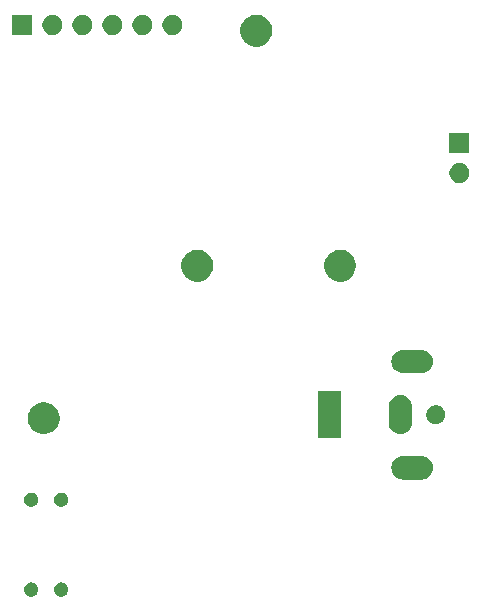
<source format=gbr>
G04 #@! TF.GenerationSoftware,KiCad,Pcbnew,5.1.6*
G04 #@! TF.CreationDate,2020-07-27T17:19:51+02:00*
G04 #@! TF.ProjectId,motor-board,6d6f746f-722d-4626-9f61-72642e6b6963,1*
G04 #@! TF.SameCoordinates,Original*
G04 #@! TF.FileFunction,Soldermask,Bot*
G04 #@! TF.FilePolarity,Negative*
%FSLAX46Y46*%
G04 Gerber Fmt 4.6, Leading zero omitted, Abs format (unit mm)*
G04 Created by KiCad (PCBNEW 5.1.6) date 2020-07-27 17:19:51*
%MOMM*%
%LPD*%
G01*
G04 APERTURE LIST*
%ADD10C,0.152400*%
G04 APERTURE END LIST*
D10*
G36*
X164445012Y-120223057D02*
G01*
X164445015Y-120223058D01*
X164445014Y-120223058D01*
X164554207Y-120268287D01*
X164652478Y-120333950D01*
X164736050Y-120417522D01*
X164736051Y-120417524D01*
X164801714Y-120515795D01*
X164846943Y-120624988D01*
X164870000Y-120740904D01*
X164870000Y-120859096D01*
X164846943Y-120975012D01*
X164846942Y-120975014D01*
X164801713Y-121084207D01*
X164736050Y-121182478D01*
X164652478Y-121266050D01*
X164554207Y-121331713D01*
X164554206Y-121331714D01*
X164554205Y-121331714D01*
X164445012Y-121376943D01*
X164329096Y-121400000D01*
X164210904Y-121400000D01*
X164094988Y-121376943D01*
X163985795Y-121331714D01*
X163985794Y-121331714D01*
X163985793Y-121331713D01*
X163887522Y-121266050D01*
X163803950Y-121182478D01*
X163738287Y-121084207D01*
X163693058Y-120975014D01*
X163693057Y-120975012D01*
X163670000Y-120859096D01*
X163670000Y-120740904D01*
X163693057Y-120624988D01*
X163738286Y-120515795D01*
X163803949Y-120417524D01*
X163803950Y-120417522D01*
X163887522Y-120333950D01*
X163985793Y-120268287D01*
X164094986Y-120223058D01*
X164094985Y-120223058D01*
X164094988Y-120223057D01*
X164210904Y-120200000D01*
X164329096Y-120200000D01*
X164445012Y-120223057D01*
G37*
G36*
X161905012Y-120223057D02*
G01*
X161905015Y-120223058D01*
X161905014Y-120223058D01*
X162014207Y-120268287D01*
X162112478Y-120333950D01*
X162196050Y-120417522D01*
X162196051Y-120417524D01*
X162261714Y-120515795D01*
X162306943Y-120624988D01*
X162330000Y-120740904D01*
X162330000Y-120859096D01*
X162306943Y-120975012D01*
X162306942Y-120975014D01*
X162261713Y-121084207D01*
X162196050Y-121182478D01*
X162112478Y-121266050D01*
X162014207Y-121331713D01*
X162014206Y-121331714D01*
X162014205Y-121331714D01*
X161905012Y-121376943D01*
X161789096Y-121400000D01*
X161670904Y-121400000D01*
X161554988Y-121376943D01*
X161445795Y-121331714D01*
X161445794Y-121331714D01*
X161445793Y-121331713D01*
X161347522Y-121266050D01*
X161263950Y-121182478D01*
X161198287Y-121084207D01*
X161153058Y-120975014D01*
X161153057Y-120975012D01*
X161130000Y-120859096D01*
X161130000Y-120740904D01*
X161153057Y-120624988D01*
X161198286Y-120515795D01*
X161263949Y-120417524D01*
X161263950Y-120417522D01*
X161347522Y-120333950D01*
X161445793Y-120268287D01*
X161554986Y-120223058D01*
X161554985Y-120223058D01*
X161554988Y-120223057D01*
X161670904Y-120200000D01*
X161789096Y-120200000D01*
X161905012Y-120223057D01*
G37*
G36*
X164445012Y-112623057D02*
G01*
X164445015Y-112623058D01*
X164445014Y-112623058D01*
X164554207Y-112668287D01*
X164652478Y-112733950D01*
X164736050Y-112817522D01*
X164736051Y-112817524D01*
X164801714Y-112915795D01*
X164846943Y-113024988D01*
X164870000Y-113140904D01*
X164870000Y-113259096D01*
X164846943Y-113375012D01*
X164846942Y-113375014D01*
X164801713Y-113484207D01*
X164736050Y-113582478D01*
X164652478Y-113666050D01*
X164554207Y-113731713D01*
X164554206Y-113731714D01*
X164554205Y-113731714D01*
X164445012Y-113776943D01*
X164329096Y-113800000D01*
X164210904Y-113800000D01*
X164094988Y-113776943D01*
X163985795Y-113731714D01*
X163985794Y-113731714D01*
X163985793Y-113731713D01*
X163887522Y-113666050D01*
X163803950Y-113582478D01*
X163738287Y-113484207D01*
X163693058Y-113375014D01*
X163693057Y-113375012D01*
X163670000Y-113259096D01*
X163670000Y-113140904D01*
X163693057Y-113024988D01*
X163738286Y-112915795D01*
X163803949Y-112817524D01*
X163803950Y-112817522D01*
X163887522Y-112733950D01*
X163985793Y-112668287D01*
X164094986Y-112623058D01*
X164094985Y-112623058D01*
X164094988Y-112623057D01*
X164210904Y-112600000D01*
X164329096Y-112600000D01*
X164445012Y-112623057D01*
G37*
G36*
X161905012Y-112623057D02*
G01*
X161905015Y-112623058D01*
X161905014Y-112623058D01*
X162014207Y-112668287D01*
X162112478Y-112733950D01*
X162196050Y-112817522D01*
X162196051Y-112817524D01*
X162261714Y-112915795D01*
X162306943Y-113024988D01*
X162330000Y-113140904D01*
X162330000Y-113259096D01*
X162306943Y-113375012D01*
X162306942Y-113375014D01*
X162261713Y-113484207D01*
X162196050Y-113582478D01*
X162112478Y-113666050D01*
X162014207Y-113731713D01*
X162014206Y-113731714D01*
X162014205Y-113731714D01*
X161905012Y-113776943D01*
X161789096Y-113800000D01*
X161670904Y-113800000D01*
X161554988Y-113776943D01*
X161445795Y-113731714D01*
X161445794Y-113731714D01*
X161445793Y-113731713D01*
X161347522Y-113666050D01*
X161263950Y-113582478D01*
X161198287Y-113484207D01*
X161153058Y-113375014D01*
X161153057Y-113375012D01*
X161130000Y-113259096D01*
X161130000Y-113140904D01*
X161153057Y-113024988D01*
X161198286Y-112915795D01*
X161263949Y-112817524D01*
X161263950Y-112817522D01*
X161347522Y-112733950D01*
X161445793Y-112668287D01*
X161554986Y-112623058D01*
X161554985Y-112623058D01*
X161554988Y-112623057D01*
X161670904Y-112600000D01*
X161789096Y-112600000D01*
X161905012Y-112623057D01*
G37*
G36*
X194946034Y-109514469D02*
G01*
X195134536Y-109571651D01*
X195308256Y-109664506D01*
X195460528Y-109789472D01*
X195585494Y-109941744D01*
X195678349Y-110115464D01*
X195735531Y-110303966D01*
X195754838Y-110500000D01*
X195735531Y-110696034D01*
X195678349Y-110884536D01*
X195585494Y-111058256D01*
X195460528Y-111210528D01*
X195308256Y-111335494D01*
X195134536Y-111428349D01*
X194946034Y-111485531D01*
X194799124Y-111500000D01*
X193200876Y-111500000D01*
X193053966Y-111485531D01*
X192865464Y-111428349D01*
X192691744Y-111335494D01*
X192539472Y-111210528D01*
X192414506Y-111058256D01*
X192321651Y-110884536D01*
X192264469Y-110696034D01*
X192245162Y-110500000D01*
X192264469Y-110303966D01*
X192321651Y-110115464D01*
X192414506Y-109941744D01*
X192539472Y-109789472D01*
X192691744Y-109664506D01*
X192865464Y-109571651D01*
X193053966Y-109514469D01*
X193200876Y-109500000D01*
X194799124Y-109500000D01*
X194946034Y-109514469D01*
G37*
G36*
X188000000Y-108000000D02*
G01*
X186000000Y-108000000D01*
X186000000Y-104000000D01*
X188000000Y-104000000D01*
X188000000Y-108000000D01*
G37*
G36*
X193196033Y-104364469D02*
G01*
X193384535Y-104421651D01*
X193558256Y-104514506D01*
X193710528Y-104639472D01*
X193835494Y-104791744D01*
X193928349Y-104965464D01*
X193985531Y-105153966D01*
X194000000Y-105300876D01*
X194000000Y-106699124D01*
X193985531Y-106846034D01*
X193928349Y-107034536D01*
X193835494Y-107208256D01*
X193710528Y-107360528D01*
X193558256Y-107485494D01*
X193384536Y-107578349D01*
X193196034Y-107635531D01*
X193000000Y-107654838D01*
X192803967Y-107635531D01*
X192615465Y-107578349D01*
X192441745Y-107485494D01*
X192289473Y-107360528D01*
X192164507Y-107208256D01*
X192071652Y-107034536D01*
X192014470Y-106846033D01*
X192000000Y-106699124D01*
X192000000Y-105300877D01*
X192014469Y-105153967D01*
X192071651Y-104965465D01*
X192164506Y-104791744D01*
X192289472Y-104639472D01*
X192441744Y-104514506D01*
X192615464Y-104421651D01*
X192803966Y-104364469D01*
X193000000Y-104345162D01*
X193196033Y-104364469D01*
G37*
G36*
X163193779Y-105001879D02*
G01*
X163439463Y-105103645D01*
X163439465Y-105103646D01*
X163660575Y-105251387D01*
X163848613Y-105439425D01*
X163848614Y-105439427D01*
X163996355Y-105660537D01*
X164098121Y-105906221D01*
X164150000Y-106167035D01*
X164150000Y-106432965D01*
X164098121Y-106693779D01*
X163996355Y-106939463D01*
X163996354Y-106939465D01*
X163848613Y-107160575D01*
X163660575Y-107348613D01*
X163439465Y-107496354D01*
X163439464Y-107496355D01*
X163439463Y-107496355D01*
X163193779Y-107598121D01*
X162932965Y-107650000D01*
X162667035Y-107650000D01*
X162406221Y-107598121D01*
X162160537Y-107496355D01*
X162160536Y-107496355D01*
X162160535Y-107496354D01*
X161939425Y-107348613D01*
X161751387Y-107160575D01*
X161603646Y-106939465D01*
X161603645Y-106939463D01*
X161501879Y-106693779D01*
X161450000Y-106432965D01*
X161450000Y-106167035D01*
X161501879Y-105906221D01*
X161603645Y-105660537D01*
X161751386Y-105439427D01*
X161751387Y-105439425D01*
X161939425Y-105251387D01*
X162160535Y-105103646D01*
X162160537Y-105103645D01*
X162406221Y-105001879D01*
X162667035Y-104950000D01*
X162932965Y-104950000D01*
X163193779Y-105001879D01*
G37*
G36*
X196181832Y-105220495D02*
G01*
X196233351Y-105230743D01*
X196283187Y-105251386D01*
X196378941Y-105291048D01*
X196509969Y-105378598D01*
X196621402Y-105490031D01*
X196708952Y-105621059D01*
X196769257Y-105766650D01*
X196800000Y-105921205D01*
X196800000Y-106078795D01*
X196769257Y-106233350D01*
X196708952Y-106378941D01*
X196621402Y-106509969D01*
X196509969Y-106621402D01*
X196378941Y-106708952D01*
X196293656Y-106744278D01*
X196233351Y-106769257D01*
X196181832Y-106779505D01*
X196078795Y-106800000D01*
X195921205Y-106800000D01*
X195818168Y-106779505D01*
X195766649Y-106769257D01*
X195706344Y-106744278D01*
X195621059Y-106708952D01*
X195490031Y-106621402D01*
X195378598Y-106509969D01*
X195291048Y-106378941D01*
X195230743Y-106233350D01*
X195200000Y-106078795D01*
X195200000Y-105921205D01*
X195230743Y-105766650D01*
X195291048Y-105621059D01*
X195378598Y-105490031D01*
X195490031Y-105378598D01*
X195621059Y-105291048D01*
X195716813Y-105251386D01*
X195766649Y-105230743D01*
X195818168Y-105220495D01*
X195921205Y-105200000D01*
X196078795Y-105200000D01*
X196181832Y-105220495D01*
G37*
G36*
X194946034Y-100514469D02*
G01*
X195134536Y-100571651D01*
X195308256Y-100664506D01*
X195460528Y-100789472D01*
X195585494Y-100941744D01*
X195678349Y-101115464D01*
X195735531Y-101303966D01*
X195754838Y-101500000D01*
X195735531Y-101696034D01*
X195678349Y-101884536D01*
X195585494Y-102058256D01*
X195460528Y-102210528D01*
X195308256Y-102335494D01*
X195134536Y-102428349D01*
X194946034Y-102485531D01*
X194799124Y-102500000D01*
X193200876Y-102500000D01*
X193053966Y-102485531D01*
X192865464Y-102428349D01*
X192691744Y-102335494D01*
X192539472Y-102210528D01*
X192414506Y-102058256D01*
X192321651Y-101884536D01*
X192264469Y-101696034D01*
X192245162Y-101500000D01*
X192264469Y-101303966D01*
X192321651Y-101115464D01*
X192414506Y-100941744D01*
X192539472Y-100789472D01*
X192691744Y-100664506D01*
X192865464Y-100571651D01*
X193053966Y-100514469D01*
X193200876Y-100500000D01*
X194799124Y-100500000D01*
X194946034Y-100514469D01*
G37*
G36*
X188293779Y-92101879D02*
G01*
X188539463Y-92203645D01*
X188539465Y-92203646D01*
X188760575Y-92351387D01*
X188948613Y-92539425D01*
X188948614Y-92539427D01*
X189096355Y-92760537D01*
X189198121Y-93006221D01*
X189250000Y-93267035D01*
X189250000Y-93532965D01*
X189198121Y-93793779D01*
X189096355Y-94039463D01*
X189096354Y-94039465D01*
X188948613Y-94260575D01*
X188760575Y-94448613D01*
X188539465Y-94596354D01*
X188539464Y-94596355D01*
X188539463Y-94596355D01*
X188293779Y-94698121D01*
X188032965Y-94750000D01*
X187767035Y-94750000D01*
X187506221Y-94698121D01*
X187260537Y-94596355D01*
X187260536Y-94596355D01*
X187260535Y-94596354D01*
X187039425Y-94448613D01*
X186851387Y-94260575D01*
X186703646Y-94039465D01*
X186703645Y-94039463D01*
X186601879Y-93793779D01*
X186550000Y-93532965D01*
X186550000Y-93267035D01*
X186601879Y-93006221D01*
X186703645Y-92760537D01*
X186851386Y-92539427D01*
X186851387Y-92539425D01*
X187039425Y-92351387D01*
X187260535Y-92203646D01*
X187260537Y-92203645D01*
X187506221Y-92101879D01*
X187767035Y-92050000D01*
X188032965Y-92050000D01*
X188293779Y-92101879D01*
G37*
G36*
X176193779Y-92101879D02*
G01*
X176439463Y-92203645D01*
X176439465Y-92203646D01*
X176660575Y-92351387D01*
X176848613Y-92539425D01*
X176848614Y-92539427D01*
X176996355Y-92760537D01*
X177098121Y-93006221D01*
X177150000Y-93267035D01*
X177150000Y-93532965D01*
X177098121Y-93793779D01*
X176996355Y-94039463D01*
X176996354Y-94039465D01*
X176848613Y-94260575D01*
X176660575Y-94448613D01*
X176439465Y-94596354D01*
X176439464Y-94596355D01*
X176439463Y-94596355D01*
X176193779Y-94698121D01*
X175932965Y-94750000D01*
X175667035Y-94750000D01*
X175406221Y-94698121D01*
X175160537Y-94596355D01*
X175160536Y-94596355D01*
X175160535Y-94596354D01*
X174939425Y-94448613D01*
X174751387Y-94260575D01*
X174603646Y-94039465D01*
X174603645Y-94039463D01*
X174501879Y-93793779D01*
X174450000Y-93532965D01*
X174450000Y-93267035D01*
X174501879Y-93006221D01*
X174603645Y-92760537D01*
X174751386Y-92539427D01*
X174751387Y-92539425D01*
X174939425Y-92351387D01*
X175160535Y-92203646D01*
X175160537Y-92203645D01*
X175406221Y-92101879D01*
X175667035Y-92050000D01*
X175932965Y-92050000D01*
X176193779Y-92101879D01*
G37*
G36*
X198247934Y-84722664D02*
G01*
X198402625Y-84786739D01*
X198402626Y-84786740D01*
X198541844Y-84879762D01*
X198660238Y-84998156D01*
X198660239Y-84998158D01*
X198753261Y-85137375D01*
X198817336Y-85292066D01*
X198850000Y-85456281D01*
X198850000Y-85623719D01*
X198817336Y-85787934D01*
X198753261Y-85942625D01*
X198753260Y-85942626D01*
X198660238Y-86081844D01*
X198541844Y-86200238D01*
X198471762Y-86247065D01*
X198402625Y-86293261D01*
X198247934Y-86357336D01*
X198083719Y-86390000D01*
X197916281Y-86390000D01*
X197752066Y-86357336D01*
X197597375Y-86293261D01*
X197528238Y-86247065D01*
X197458156Y-86200238D01*
X197339762Y-86081844D01*
X197246740Y-85942626D01*
X197246739Y-85942625D01*
X197182664Y-85787934D01*
X197150000Y-85623719D01*
X197150000Y-85456281D01*
X197182664Y-85292066D01*
X197246739Y-85137375D01*
X197339761Y-84998158D01*
X197339762Y-84998156D01*
X197458156Y-84879762D01*
X197597374Y-84786740D01*
X197597375Y-84786739D01*
X197752066Y-84722664D01*
X197916281Y-84690000D01*
X198083719Y-84690000D01*
X198247934Y-84722664D01*
G37*
G36*
X198850000Y-83850000D02*
G01*
X197150000Y-83850000D01*
X197150000Y-82150000D01*
X198850000Y-82150000D01*
X198850000Y-83850000D01*
G37*
G36*
X181193779Y-72201879D02*
G01*
X181439463Y-72303645D01*
X181439465Y-72303646D01*
X181660575Y-72451387D01*
X181848613Y-72639425D01*
X181848614Y-72639427D01*
X181996355Y-72860537D01*
X182098121Y-73106221D01*
X182150000Y-73367035D01*
X182150000Y-73632965D01*
X182098121Y-73893779D01*
X181996355Y-74139463D01*
X181996354Y-74139465D01*
X181848613Y-74360575D01*
X181660575Y-74548613D01*
X181439465Y-74696354D01*
X181439464Y-74696355D01*
X181439463Y-74696355D01*
X181193779Y-74798121D01*
X180932965Y-74850000D01*
X180667035Y-74850000D01*
X180406221Y-74798121D01*
X180160537Y-74696355D01*
X180160536Y-74696355D01*
X180160535Y-74696354D01*
X179939425Y-74548613D01*
X179751387Y-74360575D01*
X179603646Y-74139465D01*
X179603645Y-74139463D01*
X179501879Y-73893779D01*
X179450000Y-73632965D01*
X179450000Y-73367035D01*
X179501879Y-73106221D01*
X179603645Y-72860537D01*
X179751386Y-72639427D01*
X179751387Y-72639425D01*
X179939425Y-72451387D01*
X180160535Y-72303646D01*
X180160537Y-72303645D01*
X180406221Y-72201879D01*
X180667035Y-72150000D01*
X180932965Y-72150000D01*
X181193779Y-72201879D01*
G37*
G36*
X161850000Y-73850000D02*
G01*
X160150000Y-73850000D01*
X160150000Y-72150000D01*
X161850000Y-72150000D01*
X161850000Y-73850000D01*
G37*
G36*
X163787934Y-72182664D02*
G01*
X163942625Y-72246739D01*
X163942626Y-72246740D01*
X164081844Y-72339762D01*
X164200238Y-72458156D01*
X164200239Y-72458158D01*
X164293261Y-72597375D01*
X164357336Y-72752066D01*
X164390000Y-72916281D01*
X164390000Y-73083719D01*
X164357336Y-73247934D01*
X164293261Y-73402625D01*
X164293260Y-73402626D01*
X164200238Y-73541844D01*
X164081844Y-73660238D01*
X164011762Y-73707065D01*
X163942625Y-73753261D01*
X163787934Y-73817336D01*
X163623719Y-73850000D01*
X163456281Y-73850000D01*
X163292066Y-73817336D01*
X163137375Y-73753261D01*
X163068238Y-73707065D01*
X162998156Y-73660238D01*
X162879762Y-73541844D01*
X162786740Y-73402626D01*
X162786739Y-73402625D01*
X162722664Y-73247934D01*
X162690000Y-73083719D01*
X162690000Y-72916281D01*
X162722664Y-72752066D01*
X162786739Y-72597375D01*
X162879761Y-72458158D01*
X162879762Y-72458156D01*
X162998156Y-72339762D01*
X163137374Y-72246740D01*
X163137375Y-72246739D01*
X163292066Y-72182664D01*
X163456281Y-72150000D01*
X163623719Y-72150000D01*
X163787934Y-72182664D01*
G37*
G36*
X166327934Y-72182664D02*
G01*
X166482625Y-72246739D01*
X166482626Y-72246740D01*
X166621844Y-72339762D01*
X166740238Y-72458156D01*
X166740239Y-72458158D01*
X166833261Y-72597375D01*
X166897336Y-72752066D01*
X166930000Y-72916281D01*
X166930000Y-73083719D01*
X166897336Y-73247934D01*
X166833261Y-73402625D01*
X166833260Y-73402626D01*
X166740238Y-73541844D01*
X166621844Y-73660238D01*
X166551762Y-73707065D01*
X166482625Y-73753261D01*
X166327934Y-73817336D01*
X166163719Y-73850000D01*
X165996281Y-73850000D01*
X165832066Y-73817336D01*
X165677375Y-73753261D01*
X165608238Y-73707065D01*
X165538156Y-73660238D01*
X165419762Y-73541844D01*
X165326740Y-73402626D01*
X165326739Y-73402625D01*
X165262664Y-73247934D01*
X165230000Y-73083719D01*
X165230000Y-72916281D01*
X165262664Y-72752066D01*
X165326739Y-72597375D01*
X165419761Y-72458158D01*
X165419762Y-72458156D01*
X165538156Y-72339762D01*
X165677374Y-72246740D01*
X165677375Y-72246739D01*
X165832066Y-72182664D01*
X165996281Y-72150000D01*
X166163719Y-72150000D01*
X166327934Y-72182664D01*
G37*
G36*
X168867934Y-72182664D02*
G01*
X169022625Y-72246739D01*
X169022626Y-72246740D01*
X169161844Y-72339762D01*
X169280238Y-72458156D01*
X169280239Y-72458158D01*
X169373261Y-72597375D01*
X169437336Y-72752066D01*
X169470000Y-72916281D01*
X169470000Y-73083719D01*
X169437336Y-73247934D01*
X169373261Y-73402625D01*
X169373260Y-73402626D01*
X169280238Y-73541844D01*
X169161844Y-73660238D01*
X169091762Y-73707065D01*
X169022625Y-73753261D01*
X168867934Y-73817336D01*
X168703719Y-73850000D01*
X168536281Y-73850000D01*
X168372066Y-73817336D01*
X168217375Y-73753261D01*
X168148238Y-73707065D01*
X168078156Y-73660238D01*
X167959762Y-73541844D01*
X167866740Y-73402626D01*
X167866739Y-73402625D01*
X167802664Y-73247934D01*
X167770000Y-73083719D01*
X167770000Y-72916281D01*
X167802664Y-72752066D01*
X167866739Y-72597375D01*
X167959761Y-72458158D01*
X167959762Y-72458156D01*
X168078156Y-72339762D01*
X168217374Y-72246740D01*
X168217375Y-72246739D01*
X168372066Y-72182664D01*
X168536281Y-72150000D01*
X168703719Y-72150000D01*
X168867934Y-72182664D01*
G37*
G36*
X171407934Y-72182664D02*
G01*
X171562625Y-72246739D01*
X171562626Y-72246740D01*
X171701844Y-72339762D01*
X171820238Y-72458156D01*
X171820239Y-72458158D01*
X171913261Y-72597375D01*
X171977336Y-72752066D01*
X172010000Y-72916281D01*
X172010000Y-73083719D01*
X171977336Y-73247934D01*
X171913261Y-73402625D01*
X171913260Y-73402626D01*
X171820238Y-73541844D01*
X171701844Y-73660238D01*
X171631762Y-73707065D01*
X171562625Y-73753261D01*
X171407934Y-73817336D01*
X171243719Y-73850000D01*
X171076281Y-73850000D01*
X170912066Y-73817336D01*
X170757375Y-73753261D01*
X170688238Y-73707065D01*
X170618156Y-73660238D01*
X170499762Y-73541844D01*
X170406740Y-73402626D01*
X170406739Y-73402625D01*
X170342664Y-73247934D01*
X170310000Y-73083719D01*
X170310000Y-72916281D01*
X170342664Y-72752066D01*
X170406739Y-72597375D01*
X170499761Y-72458158D01*
X170499762Y-72458156D01*
X170618156Y-72339762D01*
X170757374Y-72246740D01*
X170757375Y-72246739D01*
X170912066Y-72182664D01*
X171076281Y-72150000D01*
X171243719Y-72150000D01*
X171407934Y-72182664D01*
G37*
G36*
X173947934Y-72182664D02*
G01*
X174102625Y-72246739D01*
X174102626Y-72246740D01*
X174241844Y-72339762D01*
X174360238Y-72458156D01*
X174360239Y-72458158D01*
X174453261Y-72597375D01*
X174517336Y-72752066D01*
X174550000Y-72916281D01*
X174550000Y-73083719D01*
X174517336Y-73247934D01*
X174453261Y-73402625D01*
X174453260Y-73402626D01*
X174360238Y-73541844D01*
X174241844Y-73660238D01*
X174171762Y-73707065D01*
X174102625Y-73753261D01*
X173947934Y-73817336D01*
X173783719Y-73850000D01*
X173616281Y-73850000D01*
X173452066Y-73817336D01*
X173297375Y-73753261D01*
X173228238Y-73707065D01*
X173158156Y-73660238D01*
X173039762Y-73541844D01*
X172946740Y-73402626D01*
X172946739Y-73402625D01*
X172882664Y-73247934D01*
X172850000Y-73083719D01*
X172850000Y-72916281D01*
X172882664Y-72752066D01*
X172946739Y-72597375D01*
X173039761Y-72458158D01*
X173039762Y-72458156D01*
X173158156Y-72339762D01*
X173297374Y-72246740D01*
X173297375Y-72246739D01*
X173452066Y-72182664D01*
X173616281Y-72150000D01*
X173783719Y-72150000D01*
X173947934Y-72182664D01*
G37*
M02*

</source>
